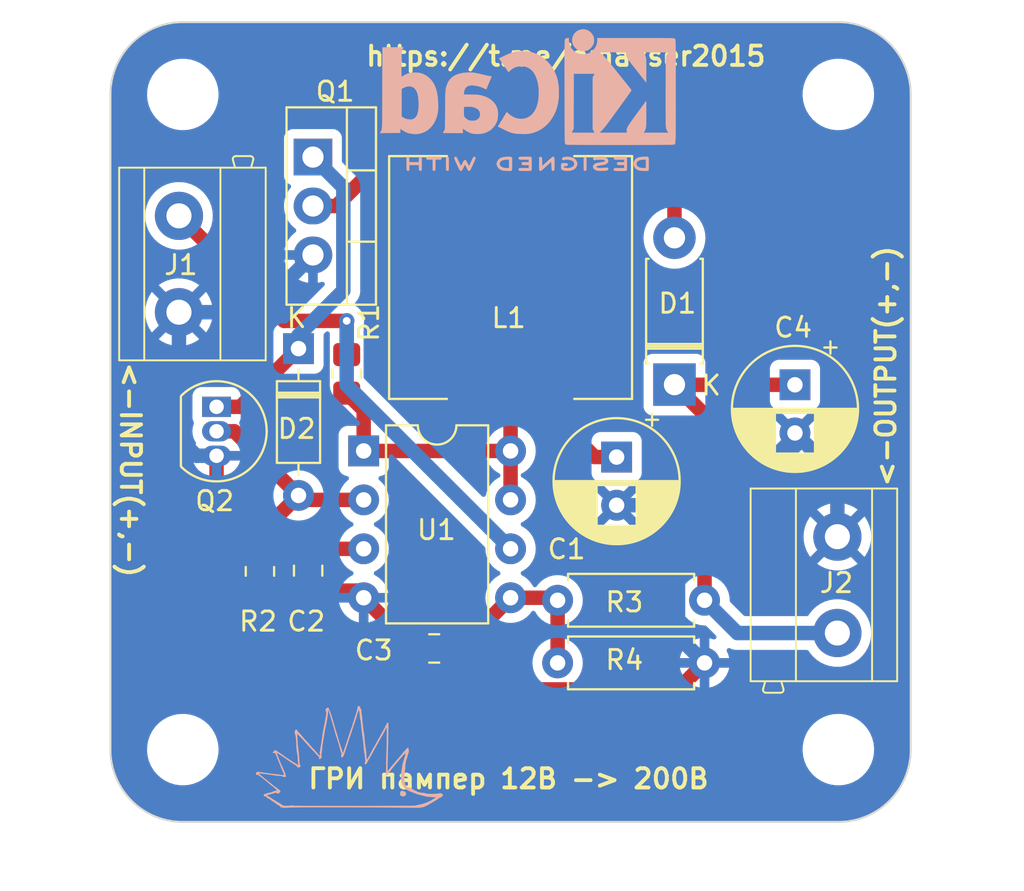
<source format=kicad_pcb>
(kicad_pcb (version 20221018) (generator pcbnew)
  (title_block (date "2024-04-24"))
  (layers (0 "F.Cu" signal) (31 "B.Cu" signal) (34 "B.Paste" user) (35 "F.Paste" user) (36 "B.SilkS" user "B.Silkscreen") (37 "F.SilkS" user "F.Silkscreen") (38 "B.Mask" user) (39 "F.Mask" user) (44 "Edge.Cuts" user))
  (net 0 "")
  (net 1 "Net-(U1-DC)")
  (net 2 "GND")
  (net 3 "Net-(U1-TC)")
  (net 4 "Net-(U1-Vfb)")
  (net 5 "Net-(D1-K)")
  (net 6 "Net-(D1-A)")
  (net 7 "Net-(D2-K)")
  (net 8 "Net-(D2-A)")
  (net 9 "Net-(J1-Pin_1)")
  (footprint "Library:DG301-5.0-2P-1X" (layer "F.Cu") (at 127.29835 141.85165 90)
    (fp_text reference "J2" (at 0.10165 -0.04835) (layer "F.SilkS"))
    (fp_text value "DG301-5.0-2P")
    (pad "1" thru_hole circle (at -2.5 0 90) (size 2.5 2.5) (drill 1.3) (layers "*.Cu" "*.Mask") (net 5 "Net-(D1-K)"))
    (pad "2" thru_hole circle (at 2.5 0 90) (size 2.5 2.5) (drill 1.3) (layers "*.Cu" "*.Mask") (net 2 "GND"))
  )
  (footprint "Capacitor_SMD:C_0805_2012Metric_Pad1.18x1.45mm_HandSolder" (layer "F.Cu") (at 99.84835 141.11415 -90)
    (fp_text reference "C2" (at 2.63585 0.09835 -180) (layer "F.SilkS"))
    (fp_text value "2200pF, 0805")
    (pad "1" smd roundrect (at -1.0375 0 270) (size 1.175 1.45) (layers "F.Cu" "F.Paste" "F.Mask") (roundrect_rratio 0.2127659574) (net 3 "Net-(U1-TC)"))
    (pad "2" smd roundrect (at 1.0375 0 270) (size 1.175 1.45) (layers "F.Cu" "F.Paste" "F.Mask") (roundrect_rratio 0.2127659574) (net 2 "GND"))
  )
  (footprint "Capacitor_THT:CP_Radial_D6.3mm_P2.50mm" (layer "F.Cu") (at 125.09835 131.469271 -90)
    (fp_text reference "C4" (at -2.969271 0.09835 -180) (layer "F.SilkS"))
    (fp_text value "2.2uF 250V Polar 6.3x2.5")
    (pad "1" thru_hole rect (at 0 0 270) (size 1.6 1.6) (drill 0.8) (layers "*.Cu" "*.Mask") (net 5 "Net-(D1-K)"))
    (pad "2" thru_hole circle (at 2.5 0 270) (size 1.6 1.6) (drill 0.8) (layers "*.Cu" "*.Mask") (net 2 "GND"))
  )
  (footprint "Resistor_THT:R_Axial_DIN0207_L6.3mm_D2.5mm_P7.62mm_Horizontal" (layer "F.Cu") (at 112.78835 145.90165)
    (fp_text reference "R4" (at 3.46165 -0.15165) (layer "F.SilkS"))
    (fp_text value "3K32, 1%")
    (pad "1" thru_hole circle (at 0 0) (size 1.6 1.6) (drill 0.8) (layers "*.Cu" "*.Mask") (net 4 "Net-(U1-Vfb)"))
    (pad "2" thru_hole oval (at 7.62 0) (size 1.6 1.6) (drill 0.8) (layers "*.Cu" "*.Mask") (net 2 "GND"))
  )
  (footprint "MountingHole:MountingHole_3.2mm_M3" (layer "F.Cu") (at 93.34835 116.40165)
    (fp_text reference "REF**" hide)
    (fp_text value "MountingHole_3.2mm_M3")
    (pad "" np_thru_hole circle (at 0 0) (size 3.2 3.2) (drill 3.2) (layers "*.Cu" "*.Mask"))
  )
  (footprint "Diode_THT:D_DO-41_SOD81_P7.62mm_Horizontal" (layer "F.Cu") (at 118.84835 131.46165 90)
    (fp_text reference "D1" (at 4.21165 0.15165 180) (layer "F.SilkS"))
    (fp_text value "UF4004 UF4007, DO-41")
    (fp_text user "K" (at -0.03835 1.90165 180) (layer "F.SilkS"))
    (pad "1" thru_hole rect (at 0 0 90) (size 2.2 2.2) (drill 1.1) (layers "*.Cu" "*.Mask") (net 5 "Net-(D1-K)"))
    (pad "2" thru_hole oval (at 7.62 0 90) (size 2.2 2.2) (drill 1.1) (layers "*.Cu" "*.Mask") (net 6 "Net-(D1-A)"))
  )
  (footprint "Diode_THT:D_DO-35_SOD27_P7.62mm_Horizontal" (layer "F.Cu") (at 99.34835 129.59165 -90)
    (fp_text reference "D2" (at 4.15835 0.09835 -180) (layer "F.SilkS"))
    (fp_text value "1N4148 1N914, DO-35")
    (fp_text user "K" (at -1.59165 0.09835 -180) (layer "F.SilkS"))
    (pad "1" thru_hole rect (at 0 0 270) (size 1.6 1.6) (drill 0.8) (layers "*.Cu" "*.Mask") (net 7 "Net-(D2-K)"))
    (pad "2" thru_hole oval (at 7.62 0 270) (size 1.6 1.6) (drill 0.8) (layers "*.Cu" "*.Mask") (net 8 "Net-(D2-A)"))
  )
  (footprint "Resistor_SMD:R_0805_2012Metric_Pad1.20x1.40mm_HandSolder" (layer "F.Cu") (at 101.84835 130.90165 -90)
    (fp_text reference "R1" (at -2.65165 -1.15165 90) (layer "F.SilkS"))
    (fp_text value "0.33, 0805")
    (pad "1" smd roundrect (at -1 0 270) (size 1.2 1.4) (layers "F.Cu" "F.Paste" "F.Mask") (roundrect_rratio 0.2083333333) (net 9 "Net-(J1-Pin_1)"))
    (pad "2" smd roundrect (at 1 0 270) (size 1.2 1.4) (layers "F.Cu" "F.Paste" "F.Mask") (roundrect_rratio 0.2083333333) (net 1 "Net-(U1-DC)"))
  )
  (footprint "Resistor_SMD:R_0805_2012Metric_Pad1.20x1.40mm_HandSolder" (layer "F.Cu") (at 97.34835 141.15165 -90)
    (fp_text reference "R2" (at 2.59835 0.09835 -180) (layer "F.SilkS"))
    (fp_text value "1K, 0805")
    (pad "1" smd roundrect (at -1 0 270) (size 1.2 1.4) (layers "F.Cu" "F.Paste" "F.Mask") (roundrect_rratio 0.2083333333) (net 8 "Net-(D2-A)"))
    (pad "2" smd roundrect (at 1 0 270) (size 1.2 1.4) (layers "F.Cu" "F.Paste" "F.Mask") (roundrect_rratio 0.2083333333) (net 2 "GND"))
  )
  (footprint "Inductor_SMD:L_12x12mm_H8mm" (layer "F.Cu") (at 110.34835 125.90165 90)
    (fp_text reference "L1" (at -2.09835 -0.09835 180) (layer "F.SilkS"))
    (fp_text value "220uH, 12x12")
    (pad "1" smd rect (at -4.95 0 90) (size 2.9 5.4) (layers "F.Cu" "F.Paste" "F.Mask") (net 1 "Net-(U1-DC)"))
    (pad "2" smd rect (at 4.95 0 90) (size 2.9 5.4) (layers "F.Cu" "F.Paste" "F.Mask") (net 6 "Net-(D1-A)"))
  )
  (footprint "MountingHole:MountingHole_3.2mm_M3" (layer "F.Cu") (at 127.34835 150.40165)
    (fp_text reference "REF**" hide)
    (fp_text value "MountingHole_3.2mm_M3")
    (pad "" np_thru_hole circle (at 0 0) (size 3.2 3.2) (drill 3.2) (layers "*.Cu" "*.Mask"))
  )
  (footprint "Package_TO_SOT_THT:TO-220-3_Vertical" (layer "F.Cu") (at 100.09835 119.65165 -90)
    (fp_text reference "Q1" (at -3.40165 -1.15165 -180) (layer "F.SilkS"))
    (fp_text value "IRF740, TO-220")
    (pad "1" thru_hole rect (at 0 0 270) (size 1.905 2) (drill 1.1) (layers "*.Cu" "*.Mask") (net 7 "Net-(D2-K)"))
    (pad "2" thru_hole oval (at 2.54 0 270) (size 1.905 2) (drill 1.1) (layers "*.Cu" "*.Mask") (net 6 "Net-(D1-A)"))
    (pad "3" thru_hole oval (at 5.08 0 270) (size 1.905 2) (drill 1.1) (layers "*.Cu" "*.Mask") (net 2 "GND"))
  )
  (footprint "Capacitor_THT:CP_Radial_D6.3mm_P2.50mm" (layer "F.Cu") (at 115.84835 135.21927 -90)
    (fp_text reference "C1" (at 4.78073 2.59835 -180) (layer "F.SilkS"))
    (fp_text value "220uF 16V LESR Polar 6.3x2.5")
    (pad "1" thru_hole rect (at 0 0 270) (size 1.6 1.6) (drill 0.8) (layers "*.Cu" "*.Mask") (net 1 "Net-(U1-DC)"))
    (pad "2" thru_hole circle (at 2.5 0 270) (size 1.6 1.6) (drill 0.8) (layers "*.Cu" "*.Mask") (net 2 "GND"))
  )
  (footprint "Package_DIP:DIP-8_W7.62mm" (layer "F.Cu") (at 102.72835 134.90165)
    (fp_text reference "U1" (at 3.77165 4.09835) (layer "F.SilkS"))
    (fp_text value "MC34063")
    (pad "1" thru_hole rect (at 0 0) (size 1.6 1.6) (drill 0.8) (layers "*.Cu" "*.Mask") (net 1 "Net-(U1-DC)"))
    (pad "2" thru_hole oval (at 0 2.54) (size 1.6 1.6) (drill 0.8) (layers "*.Cu" "*.Mask") (net 8 "Net-(D2-A)"))
    (pad "3" thru_hole oval (at 0 5.08) (size 1.6 1.6) (drill 0.8) (layers "*.Cu" "*.Mask") (net 3 "Net-(U1-TC)"))
    (pad "4" thru_hole oval (at 0 7.62) (size 1.6 1.6) (drill 0.8) (layers "*.Cu" "*.Mask") (net 2 "GND"))
    (pad "5" thru_hole oval (at 7.62 7.62) (size 1.6 1.6) (drill 0.8) (layers "*.Cu" "*.Mask") (net 4 "Net-(U1-Vfb)"))
    (pad "6" thru_hole oval (at 7.62 5.08) (size 1.6 1.6) (drill 0.8) (layers "*.Cu" "*.Mask") (net 9 "Net-(J1-Pin_1)"))
    (pad "7" thru_hole oval (at 7.62 2.54) (size 1.6 1.6) (drill 0.8) (layers "*.Cu" "*.Mask") (net 1 "Net-(U1-DC)"))
    (pad "8" thru_hole oval (at 7.62 0) (size 1.6 1.6) (drill 0.8) (layers "*.Cu" "*.Mask") (net 1 "Net-(U1-DC)"))
  )
  (footprint "MountingHole:MountingHole_3.2mm_M3" (layer "F.Cu") (at 93.34835 150.40165)
    (fp_text reference "REF**" hide)
    (fp_text value "MountingHole_3.2mm_M3")
    (pad "" np_thru_hole circle (at 0 0) (size 3.2 3.2) (drill 3.2) (layers "*.Cu" "*.Mask"))
  )
  (footprint "Library:DG301-5.0-2P-1X" (layer "F.Cu") (at 93.14835 125.20165 -90)
    (fp_text reference "J1" (at 0.04835 -0.10165) (layer "F.SilkS"))
    (fp_text value "DG301-5.0-2P")
    (pad "1" thru_hole circle (at -2.5 0 270) (size 2.5 2.5) (drill 1.3) (layers "*.Cu" "*.Mask") (net 9 "Net-(J1-Pin_1)"))
    (pad "2" thru_hole circle (at 2.5 0 270) (size 2.5 2.5) (drill 1.3) (layers "*.Cu" "*.Mask") (net 2 "GND"))
  )
  (footprint "Resistor_THT:R_Axial_DIN0207_L6.3mm_D2.5mm_P7.62mm_Horizontal" (layer "F.Cu") (at 120.40835 142.65165 180)
    (fp_text reference "R3" (at 4.15835 -0.09835) (layer "F.SilkS"))
    (fp_text value "475K, 1%")
    (pad "1" thru_hole circle (at 0 0 180) (size 1.6 1.6) (drill 0.8) (layers "*.Cu" "*.Mask") (net 5 "Net-(D1-K)"))
    (pad "2" thru_hole oval (at 7.62 0 180) (size 1.6 1.6) (drill 0.8) (layers "*.Cu" "*.Mask") (net 4 "Net-(U1-Vfb)"))
  )
  (footprint "Package_TO_SOT_THT:TO-92_Inline" (layer "F.Cu") (at 95.09835 132.61165 -90)
    (fp_text reference "Q2" (at 4.88835 0.09835 -180) (layer "F.SilkS"))
    (fp_text value "MPSA55, TO-92")
    (pad "1" thru_hole rect (at 0 0 270) (size 1.05 1.5) (drill 0.75) (layers "*.Cu" "*.Mask") (net 7 "Net-(D2-K)"))
    (pad "2" thru_hole oval (at 1.27 0 270) (size 1.05 1.5) (drill 0.75) (layers "*.Cu" "*.Mask") (net 8 "Net-(D2-A)"))
    (pad "3" thru_hole oval (at 2.54 0 270) (size 1.05 1.5) (drill 0.75) (layers "*.Cu" "*.Mask") (net 2 "GND"))
  )
  (footprint "Capacitor_SMD:C_0805_2012Metric_Pad1.18x1.45mm_HandSolder" (layer "F.Cu") (at 106.38585 145.15165 180)
    (fp_text reference "C3" (at 3.13585 -0.09835) (layer "F.SilkS"))
    (fp_text value "0.01uF, 0805")
    (pad "1" smd roundrect (at -1.0375 0 180) (size 1.175 1.45) (layers "F.Cu" "F.Paste" "F.Mask") (roundrect_rratio 0.2127659574) (net 4 "Net-(U1-Vfb)"))
    (pad "2" smd roundrect (at 1.0375 0 180) (size 1.175 1.45) (layers "F.Cu" "F.Paste" "F.Mask") (roundrect_rratio 0.2127659574) (net 2 "GND"))
  )
  (footprint "MountingHole:MountingHole_3.2mm_M3" (layer "F.Cu") (at 127.34835 116.40165)
    (fp_text reference "REF**" hide)
    (fp_text value "MountingHole_3.2mm_M3")
    (pad "" np_thru_hole circle (at 0 0) (size 3.2 3.2) (drill 3.2) (layers "*.Cu" "*.Mask"))
  )
  (footprint "Library:logo" (layer "B.Cu") (at 102 150.75 180)
    (fp_text reference "G***" hide)
    (fp_text value "LOGO" hide)
  )
  (footprint "Symbol:KiCad-Logo2_6mm_SilkScreen" (layer "B.Cu") (at 111.25 116 180)
    (fp_text reference "REF**" hide)
    (fp_text value "KiCad-Logo2_6mm_SilkScreen" hide)
  )
  (gr_line (start 89.59835 150.40165) (end 89.59835 116.40165) (stroke (width 0.1)) (layer "Edge.Cuts"))
  (gr_arc (start 89.59835 116.40165) (mid 90.6967 113.75) (end 93.34835 112.65165) (stroke (width 0.1)) (layer "Edge.Cuts"))
  (gr_arc (start 127.34835 112.65165) (mid 130 113.75) (end 131.09835 116.40165) (stroke (width 0.1)) (layer "Edge.Cuts"))
  (gr_arc (start 93.34835 154.15165) (mid 90.6967 153.0533) (end 89.59835 150.40165) (stroke (width 0.1)) (layer "Edge.Cuts"))
  (gr_line (start 93.34835 154.15165) (end 127.34835 154.15165) (stroke (width 0.1)) (layer "Edge.Cuts"))
  (gr_line (start 131.09835 116.40165) (end 131.09835 150.40165) (stroke (width 0.1)) (layer "Edge.Cuts"))
  (gr_line (start 93.34835 112.65165) (end 127.34835 112.65165) (stroke (width 0.1)) (layer "Edge.Cuts"))
  (gr_arc (start 131.09835 150.40165) (mid 130 153.0533) (end 127.34835 154.15165) (stroke (width 0.1)) (layer "Edge.Cuts"))
  (gr_text "<-INPUT(+,-)" (at 90.04835 130.20165 270) (layer "F.SilkS") (effects (font (size 1 1) (thickness 0.2) bold) (justify left bottom)))
  (gr_text "<-OUTPUT(+,-)" (at 130.39835 136.85165 90) (layer "F.SilkS") (effects (font (size 1 1) (thickness 0.2) bold) (justify left bottom)))
  (gr_text "ГРИ пампер 12В -> 200В" (at 99.75 152.5) (layer "F.SilkS") (effects (font (size 1 1) (thickness 0.2) bold) (justify left bottom)))
  (gr_text "https://t.me/emacser2015" (at 102.75 115) (layer "F.SilkS") (effects (font (size 1 1) (thickness 0.2) bold) (justify left bottom)))
  (segment (start 114.71597 135.21927) (end 110.34835 130.85165) (width 0.75) (layer "F.Cu") (net 1))
  (segment (start 102.72835 132.78165) (end 101.84835 131.90165) (width 0.75) (layer "F.Cu") (net 1))
  (segment (start 102.72835 134.90165) (end 102.72835 132.78165) (width 0.75) (layer "F.Cu") (net 1))
  (segment (start 110.34835 130.85165) (end 110.34835 134.90165) (width 0.75) (layer "F.Cu") (net 1))
  (segment (start 115.84835 135.21927) (end 114.71597 135.21927) (width 0.75) (layer "F.Cu") (net 1))
  (segment (start 110.34835 137.44165) (end 110.34835 134.90165) (width 0.75) (layer "F.Cu") (net 1))
  (segment (start 102.72835 134.90165) (end 110.34835 134.90165) (width 0.75) (layer "F.Cu") (net 1))
  (segment (start 97.34835 142.15165) (end 99.84835 142.15165) (width 0.75) (layer "F.Cu") (net 2))
  (segment (start 102.72835 142.52165) (end 102.72835 142.53165) (width 0.75) (layer "F.Cu") (net 2))
  (segment (start 105.34835 145.15165) (end 107.47335 147.27665) (width 0.75) (layer "F.Cu") (net 2))
  (segment (start 107.47335 147.27665) (end 119.03335 147.27665) (width 0.75) (layer "F.Cu") (net 2))
  (segment (start 95.09835 139.90165) (end 97.34835 142.15165) (width 0.75) (layer "F.Cu") (net 2))
  (segment (start 99.84835 142.15165) (end 102.35835 142.15165) (width 0.75) (layer "F.Cu") (net 2))
  (segment (start 95.09835 135.15165) (end 95.09835 139.90165) (width 0.75) (layer "F.Cu") (net 2))
  (segment (start 119.03335 147.27665) (end 120.40835 145.90165) (width 0.75) (layer "F.Cu") (net 2))
  (segment (start 102.35835 142.15165) (end 102.72835 142.52165) (width 0.75) (layer "F.Cu") (net 2))
  (segment (start 102.72835 142.53165) (end 105.34835 145.15165) (width 0.75) (layer "F.Cu") (net 2))
  (segment (start 94.04835 135.15165) (end 95.09835 135.15165) (width 0.75) (layer "B.Cu") (net 2))
  (segment (start 97.12835 127.70165) (end 100.09835 124.73165) (width 0.75) (layer "B.Cu") (net 2))
  (segment (start 93.14835 127.70165) (end 97.12835 127.70165) (width 0.75) (layer "B.Cu") (net 2))
  (segment (start 119.03335 137.78427) (end 119.09835 137.71927) (width 0.75) (layer "B.Cu") (net 2))
  (segment (start 93.14835 127.70165) (end 93.14835 134.25165) (width 0.75) (layer "B.Cu") (net 2))
  (segment (start 120.40835 145.90165) (end 119.03335 144.52665) (width 0.75) (layer "B.Cu") (net 2))
  (segment (start 125.09835 133.969271) (end 125.09835 134.65165) (width 0.75) (layer "B.Cu") (net 2))
  (segment (start 127.29835 136.169271) (end 125.09835 133.969271) (width 0.75) (layer "B.Cu") (net 2))
  (segment (start 127.29835 139.35165) (end 127.29835 136.169271) (width 0.75) (layer "B.Cu") (net 2))
  (segment (start 115.84835 137.71927) (end 119.09835 137.71927) (width 0.75) (layer "B.Cu") (net 2))
  (segment (start 93.14835 134.25165) (end 94.04835 135.15165) (width 0.75) (layer "B.Cu") (net 2))
  (segment (start 125.09835 134.65165) (end 122.09835 137.65165) (width 0.75) (layer "B.Cu") (net 2))
  (segment (start 119.09835 137.71927) (end 121.78073 137.71927) (width 0.75) (layer "B.Cu") (net 2))
  (segment (start 119.03335 144.52665) (end 119.03335 137.78427) (width 0.75) (layer "B.Cu") (net 2))
  (segment (start 102.72835 139.98165) (end 99.94335 139.98165) (width 0.75) (layer "F.Cu") (net 3))
  (segment (start 99.94335 139.98165) (end 99.84835 140.07665) (width 0.75) (layer "F.Cu") (net 3))
  (segment (start 107.71835 145.15165) (end 110.34835 142.52165) (width 0.75) (layer "F.Cu") (net 4))
  (segment (start 110.34835 142.52165) (end 112.65835 142.52165) (width 0.75) (layer "F.Cu") (net 4))
  (segment (start 107.42335 145.15165) (end 107.71835 145.15165) (width 0.75) (layer "F.Cu") (net 4))
  (segment (start 112.65835 142.52165) (end 112.78835 142.65165) (width 0.75) (layer "F.Cu") (net 4))
  (segment (start 112.78835 142.65165) (end 112.78835 145.90165) (width 0.75) (layer "F.Cu") (net 4))
  (segment (start 118.855971 131.469271) (end 118.84835 131.46165) (width 0.75) (layer "F.Cu") (net 5))
  (segment (start 120.40835 142.65165) (end 120.40835 133.02165) (width 0.75) (layer "F.Cu") (net 5))
  (segment (start 125.09835 131.469271) (end 118.855971 131.469271) (width 0.75) (layer "F.Cu") (net 5))
  (segment (start 120.40835 133.02165) (end 118.84835 131.46165) (width 0.75) (layer "F.Cu") (net 5))
  (segment (start 122.10835 144.35165) (end 120.40835 142.65165) (width 0.75) (layer "B.Cu") (net 5))
  (segment (start 127.29835 144.35165) (end 122.10835 144.35165) (width 0.75) (layer "B.Cu") (net 5))
  (segment (start 110.09835 120.70165) (end 110.34835 120.95165) (width 0.75) (layer "F.Cu") (net 6))
  (segment (start 101.30835 122.19165) (end 102.59835 120.90165) (width 0.75) (layer "F.Cu") (net 6))
  (segment (start 102.59835 120.90165) (end 102.64835 120.95165) (width 0.75) (layer "F.Cu") (net 6))
  (segment (start 118.84835 121.65165) (end 118.14835 120.95165) (width 0.75) (layer "F.Cu") (net 6))
  (segment (start 118.84835 123.84165) (end 118.84835 121.65165) (width 0.75) (layer "F.Cu") (net 6))
  (segment (start 118.14835 120.95165) (end 110.34835 120.95165) (width 0.75) (layer "F.Cu") (net 6))
  (segment (start 102.64835 120.95165) (end 110.34835 120.95165) (width 0.75) (layer "F.Cu") (net 6))
  (segment (start 100.09835 122.19165) (end 101.30835 122.19165) (width 0.75) (layer "F.Cu") (net 6))
  (segment (start 95.09835 132.61165) (end 96.32835 132.61165) (width 0.75) (layer "F.Cu") (net 7))
  (segment (start 96.32835 132.61165) (end 99.34835 129.59165) (width 0.75) (layer "F.Cu") (net 7))
  (segment (start 101.67335 126.57665) (end 99.34835 128.90165) (width 0.75) (layer "B.Cu") (net 7))
  (segment (start 100.09835 119.65165) (end 101.67335 121.22665) (width 0.75) (layer "B.Cu") (net 7))
  (segment (start 99.34835 128.90165) (end 99.34835 129.59165) (width 0.75) (layer "B.Cu") (net 7))
  (segment (start 101.67335 121.22665) (end 101.67335 126.57665) (width 0.75) (layer "B.Cu") (net 7))
  (segment (start 102.72835 137.44165) (end 99.57835 137.44165) (width 0.75) (layer "F.Cu") (net 8))
  (segment (start 95.09835 133.88165) (end 96.01835 133.88165) (width 0.75) (layer "F.Cu") (net 8))
  (segment (start 99.57835 137.44165) (end 99.34835 137.21165) (width 0.75) (layer "F.Cu") (net 8))
  (segment (start 96.01835 133.88165) (end 99.34835 137.21165) (width 0.75) (layer "F.Cu") (net 8))
  (segment (start 97.34835 140.15165) (end 97.34835 139.21165) (width 0.75) (layer "F.Cu") (net 8))
  (segment (start 97.34835 139.21165) (end 99.34835 137.21165) (width 0.75) (layer "F.Cu") (net 8))
  (segment (start 101.84835 129.90165) (end 101.84835 128.15165) (width 0.75) (layer "F.Cu") (net 9))
  (segment (start 98.59835 128.15165) (end 101.84835 128.15165) (width 0.75) (layer "F.Cu") (net 9))
  (segment (start 93.14835 122.70165) (end 98.59835 128.15165) (width 0.75) (layer "F.Cu") (net 9))
  (via (at 101.84835 128.15165) (size 0.8) (drill 0.4) (layers "F.Cu" "B.Cu") (net 9))
  (segment (start 101.84835 131.48165) (end 101.84835 128.15165) (width 0.75) (layer "B.Cu") (net 9))
  (segment (start 110.34835 139.98165) (end 101.84835 131.48165) (width 0.75) (layer "B.Cu") (net 9))
  (zone (net 2) (net_name "GND") (layer "B.Cu") (name "gnd") (connect_pads (clearance 0.5)) (min_thickness 0.25) (fill yes (thermal_gap 0.5) (thermal_bridge_width 0.5))
    (polygon (pts (xy 137 157.75) (xy 137 111.5) (xy 87.25 111.5) (xy 87.25 157.75)))
  )
)
</source>
